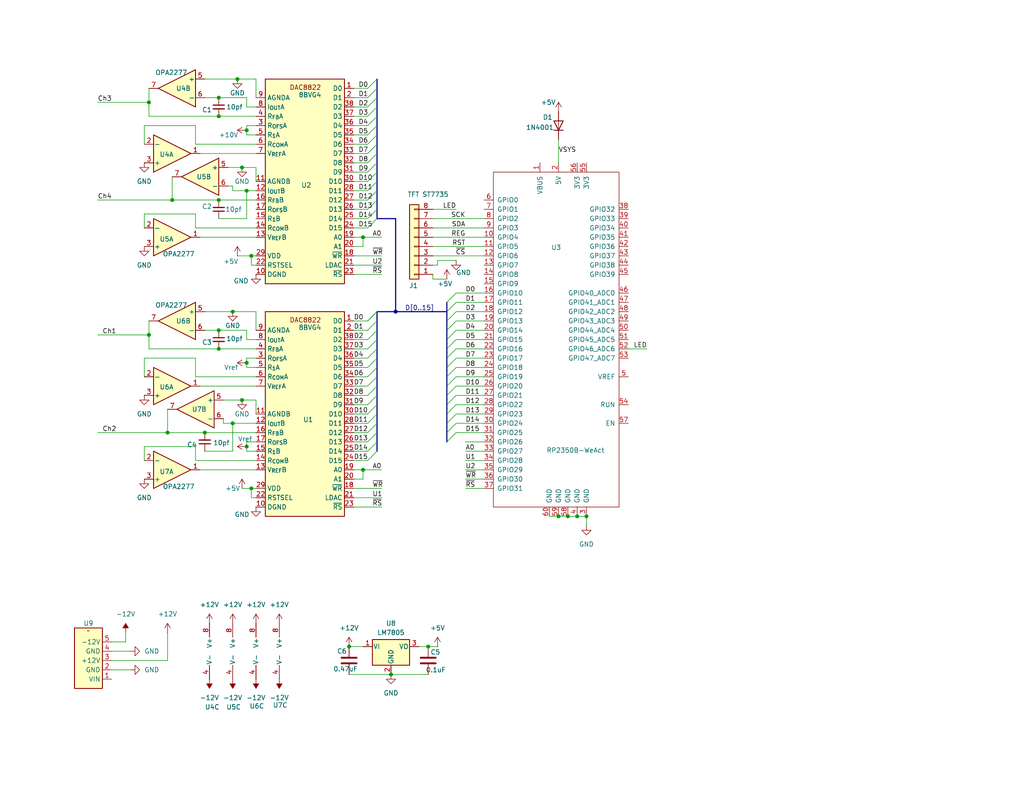
<source format=kicad_sch>
(kicad_sch (version 20250114) (generator "eeschema") (generator_version "9.0")
  (paper "A")
  (lib_symbols
    (symbol "Amplifier_Operational:OPA2277" (pin_names (offset 0.127))
      (property "Reference" "U" (at 0 5.08 0))
      (property "Value" "OPA2277" (at 0 -5.08 0))
      (symbol "OPA2277_1_1"
        (pin input line (at -7.62 2.54 0) (length 2.54) (name "+") (number "3"))
        (pin input line (at -7.62 -2.54 0) (length 2.54) (name "-") (number "2"))
        (pin output line (at 7.62 0 180) (length 2.54) (name "~") (number "1"))
      )
      (symbol "OPA2277_2_1"
        (pin input line (at -7.62 2.54 0) (length 2.54) (name "+") (number "5"))
        (pin input line (at -7.62 -2.54 0) (length 2.54) (name "-") (number "6"))
        (pin output line (at 7.62 0 180) (length 2.54) (name "~") (number "7"))
      )
      (symbol "OPA2277_3_1"
        (pin power_in line (at -2.54 7.62 270) (length 3.81) (name "V+") (number "8"))
        (pin power_in line (at -2.54 -7.62 90) (length 3.81) (name "V-") (number "4"))
      )
    )
    (symbol "Connector_Generic:Conn_01x08" (pin_names (offset 1.016) (hide yes))
      (property "Reference" "J" (at 0 10.16 0))
      (property "Value" "Conn_01x08" (at 0 -12.7 0))
      (symbol "Conn_01x08_1_1"
        (pin passive line (at -5.08 7.62 0) (length 3.81) (name "Pin_1") (number "1"))
        (pin passive line (at -5.08 5.08 0) (length 3.81) (name "Pin_2") (number "2"))
        (pin passive line (at -5.08 2.54 0) (length 3.81) (name "Pin_3") (number "3"))
        (pin passive line (at -5.08 0 0) (length 3.81) (name "Pin_4") (number "4"))
        (pin passive line (at -5.08 -2.54 0) (length 3.81) (name "Pin_5") (number "5"))
        (pin passive line (at -5.08 -5.08 0) (length 3.81) (name "Pin_6") (number "6"))
        (pin passive line (at -5.08 -7.62 0) (length 3.81) (name "Pin_7") (number "7"))
        (pin passive line (at -5.08 -10.16 0) (length 3.81) (name "Pin_8") (number "8"))
      )
    )
    (symbol "DAC8822_1"
      (property "Reference" "U" (at 0 11.43 0))
      (symbol "DAC8822_1_1_1"
        (text "DAC8822" (at -0.508 26.924 0) (effects (font (size 1.27 1.27))))
        (pin passive line (at -13.97 24.13 0) (length 2.54) (name "AGNDA") (number "9"))
        (pin output line (at -13.97 21.59 0) (length 2.54) (name "I_{OUT}A") (number "8"))
        (pin input line (at -13.97 19.05 0) (length 2.54) (name "R_{FB}A") (number "4"))
        (pin input line (at -13.97 16.51 0) (length 2.54) (name "R_{OFS}A") (number "3"))
        (pin input line (at -13.97 13.97 0) (length 2.54) (name "R_{1}A") (number "5"))
        (pin output line (at -13.97 11.43 0) (length 2.54) (name "R_{COM}A") (number "6"))
        (pin input line (at -13.97 8.89 0) (length 2.54) (name "V_{REF}A") (number "7"))
        (pin passive line (at -13.97 1.27 0) (length 2.54) (name "AGNDB") (number "11"))
        (pin output line (at -13.97 -1.27 0) (length 2.54) (name "I_{OUT}B") (number "12"))
        (pin input line (at -13.97 -3.81 0) (length 2.54) (name "R_{FB}B") (number "16"))
        (pin input line (at -13.97 -6.35 0) (length 2.54) (name "R_{OFS}B") (number "17"))
        (pin input line (at -13.97 -8.89 0) (length 2.54) (name "R_{1}B") (number "15"))
        (pin output line (at -13.97 -11.43 0) (length 2.54) (name "R_{COM}B") (number "14"))
        (pin input line (at -13.97 -13.97 0) (length 2.54) (name "V_{REF}B") (number "13"))
        (pin power_in line (at -13.97 -19.05 0) (length 2.54) (name "VDD") (number "29"))
        (pin input line (at -13.97 -21.59 0) (length 2.54) (name "RSTSEL") (number "22"))
        (pin passive line (at -13.97 -24.13 0) (length 2.54) (name "DGND") (number "10"))
        (pin input line (at 12.7 26.67 180) (length 2.54) (name "D0") (number "1"))
        (pin input line (at 12.7 24.13 180) (length 2.54) (name "D1") (number "2"))
        (pin input line (at 12.7 21.59 180) (length 2.54) (name "D2") (number "38"))
        (pin input line (at 12.7 19.05 180) (length 2.54) (name "D3") (number "37"))
        (pin input line (at 12.7 16.51 180) (length 2.54) (name "D4") (number "36"))
        (pin input line (at 12.7 13.97 180) (length 2.54) (name "D5") (number "35"))
        (pin input line (at 12.7 11.43 180) (length 2.54) (name "D6") (number "34"))
        (pin input line (at 12.7 8.89 180) (length 2.54) (name "D7") (number "33"))
        (pin input line (at 12.7 6.35 180) (length 2.54) (name "D8") (number "32"))
        (pin input line (at 12.7 3.81 180) (length 2.54) (name "D9") (number "31"))
        (pin input line (at 12.7 1.27 180) (length 2.54) (name "D10") (number "30"))
        (pin input line (at 12.7 -1.27 180) (length 2.54) (name "D11") (number "28"))
        (pin input line (at 12.7 -3.81 180) (length 2.54) (name "D12") (number "27"))
        (pin input line (at 12.7 -6.35 180) (length 2.54) (name "D13") (number "26"))
        (pin input line (at 12.7 -8.89 180) (length 2.54) (name "D14") (number "25"))
        (pin input line (at 12.7 -11.43 180) (length 2.54) (name "D15") (number "24"))
        (pin input line (at 12.7 -13.97 180) (length 2.54) (name "A0") (number "19"))
        (pin input line (at 12.7 -16.51 180) (length 2.54) (name "A1") (number "20"))
        (pin input line (at 12.7 -19.05 180) (length 2.54) (name "~{WR}") (number "18"))
        (pin input line (at 12.7 -21.59 180) (length 2.54) (name "LDAC") (number "21"))
        (pin input line (at 12.7 -24.13 180) (length 2.54) (name "~{RS}") (number "23"))
      )
    )
    (symbol "Device:C" (pin_numbers (hide yes)) (pin_names (offset 0.254))
      (property "Reference" "C" (at 0.635 2.54 0))
      (property "Value" "C" (at 0.635 -2.54 0))
      (symbol "C_1_1"
        (pin passive line (at 0 3.81 270) (length 2.794) (name "~") (number "1"))
        (pin passive line (at 0 -3.81 90) (length 2.794) (name "~") (number "2"))
      )
    )
    (symbol "Device:C_Small" (pin_numbers (hide yes)) (pin_names (offset 0.254) (hide yes))
      (property "Reference" "C" (at 0.254 1.778 0))
      (property "Value" "C_Small" (at 0.254 -2.032 0))
      (symbol "C_Small_1_1"
        (pin passive line (at 0 2.54 270) (length 2.032) (name "~") (number "1"))
        (pin passive line (at 0 -2.54 90) (length 2.032) (name "~") (number "2"))
      )
    )
    (symbol "Diode:1N4001" (pin_numbers (hide yes)) (pin_names (hide yes))
      (property "Reference" "D" (at 0 2.54 0))
      (property "Value" "1N4001" (at 0 -2.54 0))
      (symbol "1N4001_1_1"
        (pin passive line (at -3.81 0 0) (length 2.54) (name "K") (number "1"))
        (pin passive line (at 3.81 0 180) (length 2.54) (name "A") (number "2"))
      )
    )
    (symbol "Marc:DAC8822"
      (property "Reference" "U" (at 0 11.43 0))
      (symbol "DAC8822_1_1"
        (text "DAC8822" (at -0.508 26.924 0) (effects (font (size 1.27 1.27))))
        (pin passive line (at -13.97 24.13 0) (length 2.54) (name "AGNDA") (number "9"))
        (pin output line (at -13.97 21.59 0) (length 2.54) (name "I_{OUT}A") (number "8"))
        (pin input line (at -13.97 19.05 0) (length 2.54) (name "R_{FB}A") (number "4"))
        (pin input line (at -13.97 16.51 0) (length 2.54) (name "R_{OFS}A") (number "3"))
        (pin input line (at -13.97 13.97 0) (length 2.54) (name "R_{1}A") (number "5"))
        (pin output line (at -13.97 11.43 0) (length 2.54) (name "R_{COM}A") (number "6"))
        (pin input line (at -13.97 8.89 0) (length 2.54) (name "V_{REF}A") (number "7"))
        (pin passive line (at -13.97 1.27 0) (length 2.54) (name "AGNDB") (number "11"))
        (pin output line (at -13.97 -1.27 0) (length 2.54) (name "I_{OUT}B") (number "12"))
        (pin input line (at -13.97 -3.81 0) (length 2.54) (name "R_{FB}B") (number "16"))
        (pin input line (at -13.97 -6.35 0) (length 2.54) (name "R_{OFS}B") (number "17"))
        (pin input line (at -13.97 -8.89 0) (length 2.54) (name "R_{1}B") (number "15"))
        (pin output line (at -13.97 -11.43 0) (length 2.54) (name "R_{COM}B") (number "14"))
        (pin input line (at -13.97 -13.97 0) (length 2.54) (name "V_{REF}B") (number "13"))
        (pin power_in line (at -13.97 -19.05 0) (length 2.54) (name "VDD") (number "29"))
        (pin input line (at -13.97 -21.59 0) (length 2.54) (name "RSTSEL") (number "22"))
        (pin passive line (at -13.97 -24.13 0) (length 2.54) (name "DGND") (number "10"))
        (pin input line (at 12.7 26.67 180) (length 2.54) (name "D0") (number "1"))
        (pin input line (at 12.7 24.13 180) (length 2.54) (name "D1") (number "2"))
        (pin input line (at 12.7 21.59 180) (length 2.54) (name "D2") (number "38"))
        (pin input line (at 12.7 19.05 180) (length 2.54) (name "D3") (number "37"))
        (pin input line (at 12.7 16.51 180) (length 2.54) (name "D4") (number "36"))
        (pin input line (at 12.7 13.97 180) (length 2.54) (name "D5") (number "35"))
        (pin input line (at 12.7 11.43 180) (length 2.54) (name "D6") (number "34"))
        (pin input line (at 12.7 8.89 180) (length 2.54) (name "D7") (number "33"))
        (pin input line (at 12.7 6.35 180) (length 2.54) (name "D8") (number "32"))
        (pin input line (at 12.7 3.81 180) (length 2.54) (name "D9") (number "31"))
        (pin input line (at 12.7 1.27 180) (length 2.54) (name "D10") (number "30"))
        (pin input line (at 12.7 -1.27 180) (length 2.54) (name "D11") (number "28"))
        (pin input line (at 12.7 -3.81 180) (length 2.54) (name "D12") (number "27"))
        (pin input line (at 12.7 -6.35 180) (length 2.54) (name "D13") (number "26"))
        (pin input line (at 12.7 -8.89 180) (length 2.54) (name "D14") (number "25"))
        (pin input line (at 12.7 -11.43 180) (length 2.54) (name "D15") (number "24"))
        (pin input line (at 12.7 -13.97 180) (length 2.54) (name "A0") (number "19"))
        (pin input line (at 12.7 -16.51 180) (length 2.54) (name "A1") (number "20"))
        (pin input line (at 12.7 -19.05 180) (length 2.54) (name "~{WR}") (number "18"))
        (pin input line (at 12.7 -21.59 180) (length 2.54) (name "LDAC") (number "21"))
        (pin input line (at 12.7 -24.13 180) (length 2.54) (name "~{RS}") (number "23"))
      )
    )
    (symbol "Marc:Dual12V_pw"
      (property "Reference" "U" (at -2.54 -6.35 0))
      (symbol "Dual12V_pw_1_1"
        (pin power_out line (at 6.35 5.08 180) (length 2.54) (name "-12V") (number "5"))
        (pin passive line (at 6.35 2.54 180) (length 2.54) (name "GND") (number "4"))
        (pin power_out line (at 6.35 0 180) (length 2.54) (name "+12V") (number "3"))
        (pin passive line (at 6.35 -2.54 180) (length 2.54) (name "GND") (number "2"))
        (pin power_in line (at 6.35 -5.08 180) (length 2.54) (name "VIN") (number "1"))
      )
    )
    (symbol "Marc:RP2350B-WeAct" (pin_names (offset 1.016))
      (property "Reference" "U" (at -8.128 38.862 0))
      (property "Value" "RP2350B-WeAct" (at -19.812 -15.748 0))
      (symbol "RP2350B-WeAct_1_0"
        (pin passive line (at -24.13 -35.56 90) (length 2.54) (name "GND") (number "3"))
        (pin passive line (at -21.59 -35.56 90) (length 2.54) (name "GND") (number "4"))
        (pin passive line (at -19.05 -35.56 90) (length 2.54) (name "GND") (number "58"))
        (pin passive line (at -16.51 -35.56 90) (length 2.54) (name "GND") (number "59"))
        (pin passive line (at -13.97 -35.56 90) (length 2.54) (name "GND") (number "60"))
      )
      (symbol "RP2350B-WeAct_1_1"
        (pin bidirectional line (at -35.56 48.26 0) (length 2.54) (name "GPIO32") (number "38"))
        (pin bidirectional line (at -35.56 45.72 0) (length 2.54) (name "GPIO33") (number "39"))
        (pin bidirectional line (at -35.56 43.18 0) (length 2.54) (name "GPIO34") (number "40"))
        (pin bidirectional line (at -35.56 40.64 0) (length 2.54) (name "GPIO35") (number "41"))
        (pin bidirectional line (at -35.56 38.1 0) (length 2.54) (name "GPIO36") (number "42"))
        (pin bidirectional line (at -35.56 35.56 0) (length 2.54) (name "GPIO37") (number "43"))
        (pin bidirectional line (at -35.56 33.02 0) (length 2.54) (name "GPIO38") (number "44"))
        (pin bidirectional line (at -35.56 30.48 0) (length 2.54) (name "GPIO39") (number "45"))
        (pin bidirectional line (at -35.56 25.4 0) (length 2.54) (name "GPIO40_ADC0") (number "46"))
        (pin bidirectional line (at -35.56 22.86 0) (length 2.54) (name "GPIO41_ADC1") (number "47"))
        (pin bidirectional line (at -35.56 20.32 0) (length 2.54) (name "GPIO42_ADC2") (number "48"))
        (pin bidirectional line (at -35.56 17.78 0) (length 2.54) (name "GPIO43_ADC3") (number "49"))
        (pin bidirectional line (at -35.56 15.24 0) (length 2.54) (name "GPIO44_ADC4") (number "50"))
        (pin bidirectional line (at -35.56 12.7 0) (length 2.54) (name "GPIO45_ADC5") (number "51"))
        (pin bidirectional line (at -35.56 10.16 0) (length 2.54) (name "GPIO46_ADC6") (number "52"))
        (pin bidirectional line (at -35.56 7.62 0) (length 2.54) (name "GPIO47_ADC7") (number "53"))
        (pin input line (at -35.56 2.54 0) (length 2.54) (name "VREF") (number "5"))
        (pin input line (at -35.56 -5.08 0) (length 2.54) (name "RUN") (number "54"))
        (pin input line (at -35.56 -10.16 0) (length 2.54) (name "EN") (number "57"))
        (pin power_out line (at -24.13 60.96 270) (length 2.54) (name "3V3") (number "55"))
        (pin power_out line (at -21.59 60.96 270) (length 2.54) (name "3V3") (number "56"))
        (pin power_in line (at -16.51 60.96 270) (length 2.54) (name "5V") (number "2"))
        (pin power_out line (at -11.43 60.96 270) (length 2.54) (name "VBUS") (number "1"))
        (pin bidirectional line (at 3.81 50.8 180) (length 2.54) (name "GPIO0") (number "6"))
        (pin bidirectional line (at 3.81 48.26 180) (length 2.54) (name "GPIO1") (number "7"))
        (pin bidirectional line (at 3.81 45.72 180) (length 2.54) (name "GPIO2") (number "8"))
        (pin bidirectional line (at 3.81 43.18 180) (length 2.54) (name "GPIO3") (number "9"))
        (pin bidirectional line (at 3.81 40.64 180) (length 2.54) (name "GPIO4") (number "10"))
        (pin bidirectional line (at 3.81 38.1 180) (length 2.54) (name "GPIO5") (number "11"))
        (pin bidirectional line (at 3.81 35.56 180) (length 2.54) (name "GPIO6") (number "12"))
        (pin bidirectional line (at 3.81 33.02 180) (length 2.54) (name "GPIO7") (number "13"))
        (pin bidirectional line (at 3.81 30.48 180) (length 2.54) (name "GPIO8") (number "14"))
        (pin bidirectional line (at 3.81 27.94 180) (length 2.54) (name "GPIO9") (number "15"))
        (pin bidirectional line (at 3.81 25.4 180) (length 2.54) (name "GPIO10") (number "16"))
        (pin bidirectional line (at 3.81 22.86 180) (length 2.54) (name "GPIO11") (number "17"))
        (pin bidirectional line (at 3.81 20.32 180) (length 2.54) (name "GPIO12") (number "18"))
        (pin bidirectional line (at 3.81 17.78 180) (length 2.54) (name "GPIO13") (number "19"))
        (pin bidirectional line (at 3.81 15.24 180) (length 2.54) (name "GPIO14") (number "20"))
        (pin bidirectional line (at 3.81 12.7 180) (length 2.54) (name "GPIO15") (number "21"))
        (pin bidirectional line (at 3.81 10.16 180) (length 2.54) (name "GPIO16") (number "22"))
        (pin bidirectional line (at 3.81 7.62 180) (length 2.54) (name "GPIO17") (number "23"))
        (pin bidirectional line (at 3.81 5.08 180) (length 2.54) (name "GPIO18") (number "24"))
        (pin bidirectional line (at 3.81 2.54 180) (length 2.54) (name "GPIO19") (number "25"))
        (pin bidirectional line (at 3.81 0 180) (length 2.54) (name "GPIO20") (number "26"))
        (pin bidirectional line (at 3.81 -2.54 180) (length 2.54) (name "GPIO21") (number "27"))
        (pin bidirectional line (at 3.81 -5.08 180) (length 2.54) (name "GPIO22") (number "28"))
        (pin bidirectional line (at 3.81 -7.62 180) (length 2.54) (name "GPIO23") (number "29"))
        (pin bidirectional line (at 3.81 -10.16 180) (length 2.54) (name "GPIO24") (number "30"))
        (pin bidirectional line (at 3.81 -12.7 180) (length 2.54) (name "GPIO25") (number "31"))
        (pin bidirectional line (at 3.81 -15.24 180) (length 2.54) (name "GPIO26") (number "32"))
        (pin bidirectional line (at 3.81 -17.78 180) (length 2.54) (name "GPIO27") (number "33"))
        (pin bidirectional line (at 3.81 -20.32 180) (length 2.54) (name "GPIO28") (number "34"))
        (pin bidirectional line (at 3.81 -22.86 180) (length 2.54) (name "GPIO29") (number "35"))
        (pin bidirectional line (at 3.81 -25.4 180) (length 2.54) (name "GPIO30") (number "36"))
        (pin bidirectional line (at 3.81 -27.94 180) (length 2.54) (name "GPIO31") (number "37"))
      )
    )
    (symbol "Regulator_Linear:LM7805_TO220" (pin_names (offset 0.254))
      (property "Reference" "U" (at -3.81 3.175 0))
      (property "Value" "LM7805_TO220" (at 0 3.175 0))
      (symbol "LM7805_TO220_1_1"
        (pin power_in line (at -7.62 0 0) (length 2.54) (name "VI") (number "1"))
        (pin power_in line (at 0 -7.62 90) (length 2.54) (name "GND") (number "2"))
        (pin power_out line (at 7.62 0 180) (length 2.54) (name "VO") (number "3"))
      )
    )
    (symbol "power:+10V" (power) (pin_numbers (hide yes)) (pin_names (offset 0) (hide yes))
      (property "Value" "+10V" (at 0 3.556 0))
      (symbol "+10V_1_1"
        (pin power_in line (at 0 0 90) (length 0) (name "~") (number "1"))
      )
    )
    (symbol "power:+12V" (power) (pin_numbers (hide yes)) (pin_names (offset 0) (hide yes))
      (property "Value" "+12V" (at 0 3.556 0))
      (symbol "+12V_1_1"
        (pin power_in line (at 0 0 90) (length 0) (name "~") (number "1"))
      )
    )
    (symbol "power:+5V" (power) (pin_numbers (hide yes)) (pin_names (offset 0) (hide yes))
      (property "Value" "+5V" (at 0 3.556 0))
      (symbol "+5V_1_1"
        (pin power_in line (at 0 0 90) (length 0) (name "~") (number "1"))
      )
    )
    (symbol "power:-12V" (power) (pin_numbers (hide yes)) (pin_names (offset 0) (hide yes))
      (property "Value" "-12V" (at 0 3.556 0))
      (symbol "-12V_0_0"
        (pin power_in line (at 0 0 90) (length 0) (name "~") (number "1"))
      )
    )
    (symbol "power:GND" (power) (pin_numbers (hide yes)) (pin_names (offset 0) (hide yes))
      (property "Value" "GND" (at 0 -3.81 0))
      (symbol "GND_1_1"
        (pin power_in line (at 0 0 270) (length 0) (name "~") (number "1"))
      )
    )
  )
  (junction (at 67.31 121.92))
  (junction (at 40.64 27.94))
  (junction (at 63.5 115.57))
  (junction (at 66.04 109.22))
  (junction (at 67.31 99.06))
  (junction (at 63.5 85.09))
  (junction (at 116.84 176.53))
  (junction (at 59.69 31.75))
  (junction (at 68.58 133.35))
  (junction (at 99.06 128.27))
  (junction (at 95.25 176.53))
  (junction (at 68.58 69.85))
  (junction (at 106.68 184.15))
  (junction (at 152.4 140.97))
  (junction (at 59.69 54.61))
  (junction (at 64.77 21.59))
  (junction (at 59.69 95.25))
  (junction (at 59.69 90.17))
  (junction (at 157.48 140.97))
  (junction (at 107.95 85.09))
  (junction (at 66.04 45.72))
  (junction (at 46.99 54.61))
  (junction (at 59.69 26.67))
  (junction (at 99.06 64.77))
  (junction (at 67.31 52.07))
  (junction (at 67.31 35.56))
  (junction (at 55.88 118.11))
  (junction (at 45.72 118.11))
  (junction (at 154.94 140.97))
  (junction (at 40.64 91.44))
  (junction (at 160.02 140.97))
  (bus_entry (at 100.33 44.45) (size 2.54 -2.54))
  (bus_entry (at 100.33 54.61) (size 2.54 -2.54))
  (bus_entry (at 121.92 92.71) (size 2.54 -2.54))
  (bus_entry (at 121.92 120.65) (size 2.54 -2.54))
  (bus_entry (at 100.33 49.53) (size 2.54 -2.54))
  (bus_entry (at 102.87 85.09) (size -2.54 2.54))
  (bus_entry (at 100.33 46.99) (size 2.54 -2.54))
  (bus_entry (at 121.92 82.55) (size 2.54 -2.54))
  (bus_entry (at 121.92 100.33) (size 2.54 -2.54))
  (bus_entry (at 102.87 107.95) (size -2.54 2.54))
  (bus_entry (at 100.33 24.13) (size 2.54 -2.54))
  (bus_entry (at 102.87 100.33) (size -2.54 2.54))
  (bus_entry (at 102.87 97.79) (size -2.54 2.54))
  (bus_entry (at 102.87 118.11) (size -2.54 2.54))
  (bus_entry (at 100.33 36.83) (size 2.54 -2.54))
  (bus_entry (at 121.92 102.87) (size 2.54 -2.54))
  (bus_entry (at 100.33 31.75) (size 2.54 -2.54))
  (bus_entry (at 100.33 57.15) (size 2.54 -2.54))
  (bus_entry (at 100.33 29.21) (size 2.54 -2.54))
  (bus_entry (at 102.87 87.63) (size -2.54 2.54))
  (bus_entry (at 121.92 113.03) (size 2.54 -2.54))
  (bus_entry (at 121.92 107.95) (size 2.54 -2.54))
  (bus_entry (at 102.87 105.41) (size -2.54 2.54))
  (bus_entry (at 102.87 120.65) (size -2.54 2.54))
  (bus_entry (at 100.33 26.67) (size 2.54 -2.54))
  (bus_entry (at 100.33 39.37) (size 2.54 -2.54))
  (bus_entry (at 121.92 97.79) (size 2.54 -2.54))
  (bus_entry (at 121.92 105.41) (size 2.54 -2.54))
  (bus_entry (at 102.87 102.87) (size -2.54 2.54))
  (bus_entry (at 121.92 85.09) (size 2.54 -2.54))
  (bus_entry (at 102.87 95.25) (size -2.54 2.54))
  (bus_entry (at 121.92 110.49) (size 2.54 -2.54))
  (bus_entry (at 121.92 90.17) (size 2.54 -2.54))
  (bus_entry (at 100.33 34.29) (size 2.54 -2.54))
  (bus_entry (at 100.33 41.91) (size 2.54 -2.54))
  (bus_entry (at 102.87 115.57) (size -2.54 2.54))
  (bus_entry (at 102.87 123.19) (size -2.54 2.54))
  (bus_entry (at 121.92 87.63) (size 2.54 -2.54))
  (bus_entry (at 102.87 110.49) (size -2.54 2.54))
  (bus_entry (at 100.33 62.23) (size 2.54 -2.54))
  (bus_entry (at 102.87 90.17) (size -2.54 2.54))
  (bus_entry (at 102.87 92.71) (size -2.54 2.54))
  (bus_entry (at 102.87 85.09) (size -2.54 2.54))
  (bus_entry (at 100.33 52.07) (size 2.54 -2.54))
  (bus_entry (at 121.92 115.57) (size 2.54 -2.54))
  (bus_entry (at 121.92 118.11) (size 2.54 -2.54))
  (bus_entry (at 100.33 59.69) (size 2.54 -2.54))
  (bus_entry (at 121.92 95.25) (size 2.54 -2.54))
  (bus_entry (at 102.87 113.03) (size -2.54 2.54))
  (bus (pts (xy 102.87 29.21) (xy 102.87 31.75)))
  (bus (pts (xy 102.87 105.41) (xy 102.87 107.95)))
  (wire (pts (xy 67.31 52.07) (xy 67.31 59.69)))
  (wire (pts (xy 118.11 62.23) (xy 132.08 62.23)))
  (wire (pts (xy 96.52 123.19) (xy 100.33 123.19)))
  (wire (pts (xy 127 123.19) (xy 132.08 123.19)))
  (wire (pts (xy 99.06 128.27) (xy 104.14 128.27)))
  (wire (pts (xy 160.02 140.97) (xy 160.02 143.51)))
  (wire (pts (xy 96.52 113.03) (xy 100.33 113.03)))
  (wire (pts (xy 124.46 92.71) (xy 132.08 92.71)))
  (wire (pts (xy 96.52 133.35) (xy 104.14 133.35)))
  (wire (pts (xy 124.46 115.57) (xy 132.08 115.57)))
  (wire (pts (xy 62.23 45.72) (xy 66.04 45.72)))
  (wire (pts (xy 69.85 90.17) (xy 69.85 85.09)))
  (wire (pts (xy 127 130.81) (xy 132.08 130.81)))
  (wire (pts (xy 96.52 36.83) (xy 100.33 36.83)))
  (wire (pts (xy 96.52 102.87) (xy 100.33 102.87)))
  (wire (pts (xy 124.46 118.11) (xy 132.08 118.11)))
  (bus (pts (xy 102.87 36.83) (xy 102.87 39.37)))
  (bus (pts (xy 121.92 115.57) (xy 121.92 118.11)))
  (wire (pts (xy 124.46 82.55) (xy 132.08 82.55)))
  (wire (pts (xy 118.11 67.31) (xy 132.08 67.31)))
  (wire (pts (xy 53.34 102.87) (xy 69.85 102.87)))
  (wire (pts (xy 40.64 27.94) (xy 40.64 24.13)))
  (bus (pts (xy 102.87 107.95) (xy 102.87 110.49)))
  (wire (pts (xy 96.52 100.33) (xy 100.33 100.33)))
  (wire (pts (xy 59.69 59.69) (xy 67.31 59.69)))
  (bus (pts (xy 121.92 92.71) (xy 121.92 95.25)))
  (wire (pts (xy 53.34 125.73) (xy 69.85 125.73)))
  (wire (pts (xy 64.77 69.85) (xy 68.58 69.85)))
  (wire (pts (xy 124.46 87.63) (xy 132.08 87.63)))
  (wire (pts (xy 64.77 21.59) (xy 69.85 21.59)))
  (bus (pts (xy 121.92 90.17) (xy 121.92 92.71)))
  (wire (pts (xy 30.48 177.8) (xy 35.56 177.8)))
  (wire (pts (xy 60.96 114.3) (xy 60.96 115.57)))
  (wire (pts (xy 66.04 45.72) (xy 69.85 45.72)))
  (wire (pts (xy 124.46 107.95) (xy 132.08 107.95)))
  (wire (pts (xy 63.5 85.09) (xy 69.85 85.09)))
  (wire (pts (xy 45.72 118.11) (xy 55.88 118.11)))
  (wire (pts (xy 96.52 105.41) (xy 100.33 105.41)))
  (bus (pts (xy 102.87 44.45) (xy 102.87 46.99)))
  (wire (pts (xy 118.11 76.2) (xy 121.92 76.2)))
  (wire (pts (xy 59.69 95.25) (xy 40.64 95.25)))
  (wire (pts (xy 67.31 29.21) (xy 67.31 26.67)))
  (bus (pts (xy 121.92 110.49) (xy 121.92 113.03)))
  (wire (pts (xy 54.61 128.27) (xy 69.85 128.27)))
  (wire (pts (xy 96.52 24.13) (xy 100.33 24.13)))
  (wire (pts (xy 119.38 71.12) (xy 124.46 71.12)))
  (wire (pts (xy 26.67 54.61) (xy 46.99 54.61)))
  (wire (pts (xy 53.34 125.73) (xy 53.34 121.92)))
  (bus (pts (xy 102.87 97.79) (xy 102.87 100.33)))
  (bus (pts (xy 102.87 54.61) (xy 102.87 57.15)))
  (wire (pts (xy 96.52 92.71) (xy 100.33 92.71)))
  (wire (pts (xy 152.4 140.97) (xy 154.94 140.97)))
  (wire (pts (xy 96.52 125.73) (xy 100.33 125.73)))
  (wire (pts (xy 53.34 62.23) (xy 53.34 58.42)))
  (wire (pts (xy 66.04 133.35) (xy 68.58 133.35)))
  (bus (pts (xy 102.87 85.09) (xy 102.87 87.63)))
  (wire (pts (xy 124.46 85.09) (xy 132.08 85.09)))
  (wire (pts (xy 69.85 29.21) (xy 67.31 29.21)))
  (wire (pts (xy 69.85 113.03) (xy 69.85 109.22)))
  (wire (pts (xy 152.4 38.1) (xy 152.4 44.45)))
  (wire (pts (xy 53.34 102.87) (xy 53.34 97.79)))
  (bus (pts (xy 102.87 39.37) (xy 102.87 41.91)))
  (wire (pts (xy 59.69 95.25) (xy 69.85 95.25)))
  (wire (pts (xy 171.45 95.25) (xy 176.53 95.25)))
  (wire (pts (xy 34.29 172.72) (xy 34.29 175.26)))
  (wire (pts (xy 96.52 130.81) (xy 99.06 130.81)))
  (wire (pts (xy 124.46 80.01) (xy 132.08 80.01)))
  (wire (pts (xy 45.72 172.72) (xy 45.72 180.34)))
  (wire (pts (xy 67.31 97.79) (xy 69.85 97.79)))
  (wire (pts (xy 124.46 97.79) (xy 132.08 97.79)))
  (wire (pts (xy 96.52 52.07) (xy 100.33 52.07)))
  (bus (pts (xy 102.87 87.63) (xy 102.87 90.17)))
  (wire (pts (xy 60.96 115.57) (xy 63.5 115.57)))
  (wire (pts (xy 68.58 133.35) (xy 69.85 133.35)))
  (wire (pts (xy 96.52 74.93) (xy 104.14 74.93)))
  (wire (pts (xy 69.85 31.75) (xy 59.69 31.75)))
  (wire (pts (xy 116.84 176.53) (xy 119.38 176.53)))
  (wire (pts (xy 55.88 123.19) (xy 63.5 123.19)))
  (wire (pts (xy 96.52 44.45) (xy 100.33 44.45)))
  (wire (pts (xy 63.5 115.57) (xy 69.85 115.57)))
  (wire (pts (xy 67.31 92.71) (xy 67.31 90.17)))
  (bus (pts (xy 121.92 100.33) (xy 121.92 102.87)))
  (wire (pts (xy 39.37 58.42) (xy 39.37 62.23)))
  (wire (pts (xy 124.46 113.03) (xy 132.08 113.03)))
  (bus (pts (xy 102.87 100.33) (xy 102.87 102.87)))
  (wire (pts (xy 30.48 180.34) (xy 45.72 180.34)))
  (wire (pts (xy 118.11 64.77) (xy 132.08 64.77)))
  (wire (pts (xy 96.52 120.65) (xy 100.33 120.65)))
  (wire (pts (xy 96.52 41.91) (xy 100.33 41.91)))
  (bus (pts (xy 102.87 46.99) (xy 102.87 49.53)))
  (wire (pts (xy 160.02 140.97) (xy 157.48 140.97)))
  (wire (pts (xy 59.69 90.17) (xy 55.88 90.17)))
  (wire (pts (xy 96.52 107.95) (xy 100.33 107.95)))
  (wire (pts (xy 46.99 54.61) (xy 46.99 48.26)))
  (wire (pts (xy 39.37 97.79) (xy 39.37 102.87)))
  (bus (pts (xy 102.87 90.17) (xy 102.87 92.71)))
  (wire (pts (xy 67.31 120.65) (xy 67.31 121.92)))
  (wire (pts (xy 30.48 175.26) (xy 34.29 175.26)))
  (wire (pts (xy 127 128.27) (xy 132.08 128.27)))
  (wire (pts (xy 40.64 31.75) (xy 40.64 27.94)))
  (wire (pts (xy 96.52 115.57) (xy 100.33 115.57)))
  (wire (pts (xy 67.31 100.33) (xy 67.31 99.06)))
  (bus (pts (xy 121.92 95.25) (xy 121.92 97.79)))
  (wire (pts (xy 99.06 64.77) (xy 99.06 67.31)))
  (bus (pts (xy 121.92 107.95) (xy 121.92 110.49)))
  (wire (pts (xy 67.31 123.19) (xy 69.85 123.19)))
  (wire (pts (xy 96.52 87.63) (xy 100.33 87.63)))
  (bus (pts (xy 102.87 118.11) (xy 102.87 120.65)))
  (wire (pts (xy 68.58 135.89) (xy 68.58 133.35)))
  (wire (pts (xy 96.52 26.67) (xy 100.33 26.67)))
  (wire (pts (xy 95.25 184.15) (xy 106.68 184.15)))
  (wire (pts (xy 119.38 71.12) (xy 119.38 72.39)))
  (wire (pts (xy 96.52 97.79) (xy 100.33 97.79)))
  (wire (pts (xy 96.52 118.11) (xy 100.33 118.11)))
  (wire (pts (xy 26.67 91.44) (xy 40.64 91.44)))
  (wire (pts (xy 96.52 31.75) (xy 100.33 31.75)))
  (wire (pts (xy 157.48 140.97) (xy 154.94 140.97)))
  (wire (pts (xy 67.31 92.71) (xy 69.85 92.71)))
  (wire (pts (xy 114.3 176.53) (xy 116.84 176.53)))
  (wire (pts (xy 39.37 34.29) (xy 39.37 39.37)))
  (wire (pts (xy 67.31 26.67) (xy 59.69 26.67)))
  (wire (pts (xy 96.52 95.25) (xy 100.33 95.25)))
  (bus (pts (xy 107.95 59.69) (xy 107.95 85.09)))
  (wire (pts (xy 67.31 99.06) (xy 67.31 97.79)))
  (bus (pts (xy 102.87 26.67) (xy 102.87 29.21)))
  (wire (pts (xy 53.34 97.79) (xy 39.37 97.79)))
  (wire (pts (xy 53.34 39.37) (xy 53.34 34.29)))
  (wire (pts (xy 124.46 90.17) (xy 132.08 90.17)))
  (wire (pts (xy 95.25 176.53) (xy 99.06 176.53)))
  (bus (pts (xy 121.92 85.09) (xy 121.92 87.63)))
  (wire (pts (xy 96.52 39.37) (xy 100.33 39.37)))
  (bus (pts (xy 102.87 24.13) (xy 102.87 21.59)))
  (wire (pts (xy 99.06 130.81) (xy 99.06 128.27)))
  (wire (pts (xy 68.58 69.85) (xy 69.85 69.85)))
  (wire (pts (xy 54.61 41.91) (xy 69.85 41.91)))
  (bus (pts (xy 102.87 85.09) (xy 107.95 85.09)))
  (bus (pts (xy 102.87 59.69) (xy 102.87 57.15)))
  (wire (pts (xy 96.52 110.49) (xy 100.33 110.49)))
  (bus (pts (xy 102.87 110.49) (xy 102.87 113.03)))
  (bus (pts (xy 121.92 87.63) (xy 121.92 90.17)))
  (wire (pts (xy 53.34 121.92) (xy 39.37 121.92)))
  (wire (pts (xy 69.85 45.72) (xy 69.85 49.53)))
  (wire (pts (xy 55.88 118.11) (xy 69.85 118.11)))
  (wire (pts (xy 96.52 72.39) (xy 104.14 72.39)))
  (wire (pts (xy 96.52 90.17) (xy 100.33 90.17)))
  (bus (pts (xy 102.87 49.53) (xy 102.87 52.07)))
  (wire (pts (xy 124.46 110.49) (xy 132.08 110.49)))
  (wire (pts (xy 96.52 67.31) (xy 99.06 67.31)))
  (wire (pts (xy 124.46 102.87) (xy 132.08 102.87)))
  (wire (pts (xy 127 120.65) (xy 132.08 120.65)))
  (wire (pts (xy 96.52 59.69) (xy 100.33 59.69)))
  (bus (pts (xy 102.87 26.67) (xy 102.87 24.13)))
  (bus (pts (xy 102.87 115.57) (xy 102.87 118.11)))
  (wire (pts (xy 66.04 109.22) (xy 69.85 109.22)))
  (wire (pts (xy 96.52 29.21) (xy 100.33 29.21)))
  (wire (pts (xy 96.52 138.43) (xy 104.14 138.43)))
  (wire (pts (xy 67.31 100.33) (xy 69.85 100.33)))
  (bus (pts (xy 102.87 92.71) (xy 102.87 95.25)))
  (bus (pts (xy 121.92 118.11) (xy 121.92 120.65)))
  (wire (pts (xy 45.72 118.11) (xy 45.72 111.76)))
  (bus (pts (xy 102.87 120.65) (xy 102.87 123.19)))
  (wire (pts (xy 124.46 105.41) (xy 132.08 105.41)))
  (wire (pts (xy 96.52 49.53) (xy 100.33 49.53)))
  (wire (pts (xy 96.52 46.99) (xy 100.33 46.99)))
  (wire (pts (xy 59.69 31.75) (xy 40.64 31.75)))
  (wire (pts (xy 62.23 50.8) (xy 63.5 50.8)))
  (bus (pts (xy 102.87 113.03) (xy 102.87 115.57)))
  (wire (pts (xy 106.68 184.15) (xy 116.84 184.15)))
  (wire (pts (xy 59.69 26.67) (xy 55.88 26.67)))
  (wire (pts (xy 67.31 34.29) (xy 69.85 34.29)))
  (bus (pts (xy 121.92 113.03) (xy 121.92 115.57)))
  (wire (pts (xy 40.64 95.25) (xy 40.64 91.44)))
  (wire (pts (xy 119.38 72.39) (xy 118.11 72.39)))
  (wire (pts (xy 39.37 121.92) (xy 39.37 125.73)))
  (wire (pts (xy 69.85 21.59) (xy 69.85 26.67)))
  (bus (pts (xy 102.87 59.69) (xy 107.95 59.69)))
  (wire (pts (xy 69.85 36.83) (xy 67.31 36.83)))
  (wire (pts (xy 99.06 64.77) (xy 104.14 64.77)))
  (wire (pts (xy 54.61 64.77) (xy 69.85 64.77)))
  (bus (pts (xy 102.87 34.29) (xy 102.87 36.83)))
  (wire (pts (xy 124.46 95.25) (xy 132.08 95.25)))
  (wire (pts (xy 67.31 52.07) (xy 69.85 52.07)))
  (wire (pts (xy 96.52 69.85) (xy 104.14 69.85)))
  (wire (pts (xy 96.52 62.23) (xy 100.33 62.23)))
  (wire (pts (xy 55.88 85.09) (xy 63.5 85.09)))
  (wire (pts (xy 63.5 50.8) (xy 63.5 52.07)))
  (wire (pts (xy 152.4 140.97) (xy 149.86 140.97)))
  (wire (pts (xy 69.85 135.89) (xy 68.58 135.89)))
  (wire (pts (xy 60.96 109.22) (xy 66.04 109.22)))
  (wire (pts (xy 46.99 54.61) (xy 59.69 54.61)))
  (wire (pts (xy 63.5 115.57) (xy 63.5 123.19)))
  (wire (pts (xy 40.64 91.44) (xy 40.64 87.63)))
  (wire (pts (xy 69.85 120.65) (xy 67.31 120.65)))
  (wire (pts (xy 59.69 54.61) (xy 69.85 54.61)))
  (wire (pts (xy 96.52 135.89) (xy 104.14 135.89)))
  (wire (pts (xy 127 125.73) (xy 132.08 125.73)))
  (wire (pts (xy 67.31 121.92) (xy 67.31 123.19)))
  (bus (pts (xy 102.87 31.75) (xy 102.87 34.29)))
  (wire (pts (xy 96.52 57.15) (xy 100.33 57.15)))
  (wire (pts (xy 96.52 64.77) (xy 99.06 64.77)))
  (wire (pts (xy 26.67 27.94) (xy 40.64 27.94)))
  (wire (pts (xy 67.31 36.83) (xy 67.31 35.56)))
  (wire (pts (xy 124.46 100.33) (xy 132.08 100.33)))
  (wire (pts (xy 127 133.35) (xy 132.08 133.35)))
  (wire (pts (xy 67.31 90.17) (xy 59.69 90.17)))
  (wire (pts (xy 54.61 105.41) (xy 69.85 105.41)))
  (wire (pts (xy 118.11 76.2) (xy 118.11 74.93)))
  (wire (pts (xy 53.34 58.42) (xy 39.37 58.42)))
  (wire (pts (xy 69.85 62.23) (xy 53.34 62.23)))
  (wire (pts (xy 53.34 39.37) (xy 69.85 39.37)))
  (bus (pts (xy 107.95 85.09) (xy 121.92 85.09)))
  (bus (pts (xy 121.92 102.87) (xy 121.92 105.41)))
  (bus (pts (xy 102.87 102.87) (xy 102.87 105.41)))
  (wire (pts (xy 45.72 118.11) (xy 26.67 118.11)))
  (wire (pts (xy 96.52 54.61) (xy 100.33 54.61)))
  (wire (pts (xy 67.31 35.56) (xy 67.31 34.29)))
  (wire (pts (xy 68.58 72.39) (xy 68.58 69.85)))
  (wire (pts (xy 53.34 34.29) (xy 39.37 34.29)))
  (wire (pts (xy 69.85 72.39) (xy 68.58 72.39)))
  (wire (pts (xy 118.11 57.15) (xy 124.46 57.15)))
  (wire (pts (xy 55.88 21.59) (xy 64.77 21.59)))
  (wire (pts (xy 96.52 34.29) (xy 100.33 34.29)))
  (wire (pts (xy 63.5 52.07) (xy 67.31 52.07)))
  (wire (pts (xy 118.11 69.85) (xy 132.08 69.85)))
  (wire (pts (xy 96.52 128.27) (xy 99.06 128.27)))
  (wire (pts (xy 118.11 59.69) (xy 132.08 59.69)))
  (bus (pts (xy 121.92 105.41) (xy 121.92 107.95)))
  (bus (pts (xy 102.87 41.91) (xy 102.87 44.45)))
  (wire (pts (xy 30.48 182.88) (xy 35.56 182.88)))
  (bus (pts (xy 121.92 97.79) (xy 121.92 100.33)))
  (bus (pts (xy 102.87 95.25) (xy 102.87 97.79)))
  (bus (pts (xy 121.92 82.55) (xy 121.92 85.09)))
  (bus (pts (xy 102.87 52.07) (xy 102.87 54.61)))
  (label "LED" (at 124.46 57.15 180))
  (label "D7" (at 127 97.79 0))
  (label "D3" (at 127 87.63 0))
  (label "D15" (at 97.79 62.23 0))
  (label "D3" (at 97.79 31.75 0))
  (label "U2" (at 127 128.27 0))
  (label "LED" (at 176.53 95.25 180))
  (label "~{RS}" (at 101.6 138.43 0))
  (label "D4" (at 127 90.17 0))
  (label "D12" (at 96.52 118.11 0))
  (label "A0" (at 101.6 64.77 0))
  (label "D14" (at 96.52 123.19 0))
  (label "~{RS}" (at 101.6 74.93 0))
  (label "VSYS" (at 152.4 41.91 0))
  (label "D7" (at 97.79 41.91 0))
  (label "U1" (at 127 125.73 0))
  (label "D5" (at 96.52 100.33 0))
  (label "U2" (at 101.6 72.39 0))
  (label "Ch2" (at 27.94 118.11 0))
  (label "D10" (at 127 105.41 0))
  (label "Ch3" (at 26.67 27.94 0))
  (label "D2" (at 127 85.09 0))
  (label "D0" (at 97.79 24.13 0))
  (label "D12" (at 97.79 54.61 0))
  (label "D8" (at 97.79 44.45 0))
  (label "D4" (at 96.52 97.79 0))
  (label "D12" (at 127 110.49 0))
  (label "~{WR}" (at 101.6 133.35 0))
  (label "D14" (at 127 115.57 0))
  (label "D11" (at 127 107.95 0))
  (label "D5" (at 97.79 36.83 0))
  (label "~{RS}" (at 127 133.35 0))
  (label "D13" (at 96.52 120.65 0))
  (label "D6" (at 127 95.25 0))
  (label "D1" (at 97.79 26.67 0))
  (label "D4" (at 97.79 34.29 0))
  (label "Ch4" (at 26.67 54.61 0))
  (label "A0" (at 127 123.19 0))
  (label "D13" (at 97.79 57.15 0))
  (label "D3" (at 96.52 95.25 0))
  (label "REG" (at 127 64.77 180))
  (label "D9" (at 97.79 46.99 0))
  (label "D11" (at 96.52 115.57 0))
  (label "RST" (at 127 67.31 180))
  (label "D9" (at 96.52 110.49 0))
  (label "D5" (at 127 92.71 0))
  (label "D6" (at 96.52 102.87 0))
  (label "Ch1" (at 27.94 91.44 0))
  (label "D14" (at 97.79 59.69 0))
  (label "~{CS}" (at 127 69.85 180))
  (label "D2" (at 96.52 92.71 0))
  (label "D0" (at 96.52 87.63 0))
  (label "D15" (at 127 118.11 0))
  (label "D0" (at 127 80.01 0))
  (label "D7" (at 96.52 105.41 0))
  (label "D[0..15]" (at 110.49 85.09 0))
  (label "SCK" (at 127 59.69 180))
  (label "D8" (at 127 100.33 0))
  (label "D13" (at 127 113.03 0))
  (label "D9" (at 127 102.87 0))
  (label "D6" (at 97.79 39.37 0))
  (label "SDA" (at 127 62.23 180))
  (label "D1" (at 96.52 90.17 0))
  (label "D15" (at 96.52 125.73 0))
  (label "D8" (at 96.52 107.95 0))
  (label "D10" (at 97.79 49.53 0))
  (label "D2" (at 97.79 29.21 0))
  (label "D10" (at 96.52 113.03 0))
  (label "~{WR}" (at 101.6 69.85 0))
  (label "A0" (at 101.6 128.27 0))
  (label "D1" (at 127 82.55 0))
  (label "~{WR}" (at 127 130.81 0))
  (label "U1" (at 101.6 135.89 0))
  (label "D11" (at 97.79 52.07 0))
  (symbol (lib_name "DAC8822_1") (lib_id "Marc:DAC8822") (at 83.82 50.8 0) (unit 1)
    (property "Reference" "U2" (at 83.566 50.546 0))
    (property "Value" "8BVG4" (at 84.582 25.908 0))
    (property "Footprint" "Package_SO:TSSOP-38_4.4x9.7mm_P0.5mm" (effects (hide yes)))
  )
  (symbol (lib_id "power:+12V") (at 57.15 170.18 0) (unit 1)
    (property "Reference" "#PWR011" (effects (hide yes)))
    (property "Value" "+12V" (at 57.15 165.1 0))
    (property "Description" "Power symbol creates a global label with name \"+12V\"" (effects (hide yes)))
  )
  (symbol (lib_id "power:GND") (at 66.04 45.72 0) (mirror y) (unit 1)
    (property "Reference" "#PWR015" (effects (hide yes)))
    (property "Value" "GND" (at 66.04 49.53 0))
    (property "Description" "Power symbol creates a global label with name \"GND\" , ground" (effects (hide yes)))
  )
  (symbol (lib_id "power:+10V") (at 67.31 35.56 90) (unit 1)
    (property "Reference" "#PWR014" (effects (hide yes)))
    (property "Value" "+10V" (at 65.024 36.83 90) (effects (justify left)))
    (property "Description" "Power symbol creates a global label with name \"+10V\"" (effects (hide yes)))
  )
  (symbol (lib_id "power:GND") (at 39.37 130.81 0) (mirror y) (unit 1)
    (property "Reference" "#PWR018" (effects (hide yes)))
    (property "Value" "GND" (at 39.37 135.89 0))
    (property "Description" "Power symbol creates a global label with name \"GND\" , ground" (effects (hide yes)))
  )
  (symbol (lib_id "Marc:Dual12V_pw") (at 24.13 180.34 0) (unit 1)
    (property "Reference" "U9" (at 24.13 170.18 0))
    (property "Value" "~" (at 24.13 172.212 0))
    (property "Footprint" "Marc:+12-12PSU" (effects (hide yes)))
  )
  (symbol (lib_id "power:-12V") (at 34.29 172.72 0) (unit 1)
    (property "Reference" "#PWR06" (effects (hide yes)))
    (property "Value" "-12V" (at 34.29 167.64 0))
    (property "Description" "Power symbol creates a global label with name \"-12V\"" (effects (hide yes)))
  )
  (symbol (lib_id "Amplifier_Operational:OPA2277") (at 46.99 64.77 0) (mirror x) (unit 1)
    (property "Reference" "U5" (at 45.466 65.278 0))
    (property "Value" "OPA2277" (at 48.768 69.342 0))
    (property "Footprint" "Package_SO:SOIC-8_3.9x4.9mm_P1.27mm" (effects (hide yes)))
    (property "Datasheet" "https://www.ti.com/lit/ds/symlink/opa2277.pdf" (effects (hide yes)))
    (property "Description" "Dual High Precision Operational Amplifiers, DIP-8/SOIC-8" (effects (hide yes)))
  )
  (symbol (lib_id "power:+12V") (at 95.25 176.53 0) (unit 1)
    (property "Reference" "#PWR029" (effects (hide yes)))
    (property "Value" "+12V" (at 95.25 171.45 0))
    (property "Description" "Power symbol creates a global label with name \"+12V\"" (effects (hide yes)))
  )
  (symbol (lib_id "Regulator_Linear:LM7805_TO220") (at 106.68 176.53 0) (unit 1)
    (property "Reference" "U8" (at 106.68 170.18 0))
    (property "Value" "LM7805" (at 106.68 172.72 0))
    (property "Footprint" "Package_TO_SOT_THT:TO-220-3_Vertical" (effects (hide yes)))
    (property "Datasheet" "https://www.onsemi.cn/PowerSolutions/document/MC7800-D.PDF" (effects (hide yes)))
    (property "Description" "Positive 1A 35V Linear Regulator, Fixed Output 5V, TO-220" (effects (hide yes)))
  )
  (symbol (lib_id "Amplifier_Operational:OPA2277") (at 78.74 177.8 0) (unit 3)
    (property "Reference" "U7" (at 74.422 192.532 0) (effects (justify left)))
    (property "Value" "OPA2277" (effects (hide yes)))
    (property "Footprint" "Package_SO:SOIC-8_3.9x4.9mm_P1.27mm" (effects (hide yes)))
    (property "Datasheet" "https://www.ti.com/lit/ds/symlink/opa2277.pdf" (effects (hide yes)))
    (property "Description" "Dual High Precision Operational Amplifiers, DIP-8/SOIC-8" (effects (hide yes)))
  )
  (symbol (lib_id "Device:C") (at 95.25 180.34 0) (unit 1)
    (property "Reference" "C6" (at 91.948 177.8 0) (effects (justify left)))
    (property "Value" "0.47uF" (at 90.932 182.626 0) (effects (justify left)))
    (property "Footprint" "Capacitor_THT:C_Disc_D5.0mm_W2.5mm_P2.50mm" (effects (hide yes)))
    (property "Description" "Unpolarized capacitor" (effects (hide yes)))
  )
  (symbol (lib_id "Device:C_Small") (at 59.69 29.21 0) (unit 1)
    (property "Reference" "C1" (at 55.118 29.972 0) (effects (justify left)))
    (property "Value" "10pf" (at 61.722 29.21 0) (effects (justify left)))
    (property "Footprint" "Capacitor_SMD:C_0805_2012Metric" (effects (hide yes)))
    (property "Description" "Unpolarized capacitor, small symbol" (effects (hide yes)))
  )
  (symbol (lib_id "power:+10V") (at 67.31 121.92 90) (unit 1)
    (property "Reference" "#PWR026" (effects (hide yes)))
    (property "Value" "Vref" (at 68.834 119.888 90) (effects (justify left)))
    (property "Description" "Power symbol creates a global label with name \"+10V\"" (effects (hide yes)))
  )
  (symbol (lib_id "power:+5V") (at 152.4 30.48 0) (unit 1)
    (property "Reference" "#PWR030" (effects (hide yes)))
    (property "Value" "+5V" (at 149.606 27.94 0))
    (property "Description" "Power symbol creates a global label with name \"+5V\"" (effects (hide yes)))
  )
  (symbol (lib_id "power:+12V") (at 69.85 170.18 0) (unit 1)
    (property "Reference" "#PWR022" (effects (hide yes)))
    (property "Value" "+12V" (at 69.85 165.1 0))
    (property "Description" "Power symbol creates a global label with name \"+12V\"" (effects (hide yes)))
  )
  (symbol (lib_id "power:+12V") (at 76.2 170.18 0) (unit 1)
    (property "Reference" "#PWR024" (effects (hide yes)))
    (property "Value" "+12V" (at 76.2 165.1 0))
    (property "Description" "Power symbol creates a global label with name \"+12V\"" (effects (hide yes)))
  )
  (symbol (lib_id "power:+5V") (at 64.77 69.85 0) (unit 1)
    (property "Reference" "#PWR034" (effects (hide yes)))
    (property "Value" "+5V" (at 62.992 71.374 0))
    (property "Description" "Power symbol creates a global label with name \"+5V\"" (effects (hide yes)))
  )
  (symbol (lib_id "Connector_Generic:Conn_01x08") (at 113.03 67.31 180) (unit 1)
    (property "Reference" "J1" (at 114.046 77.978 0) (effects (justify left)))
    (property "Value" "TFT ST7735" (at 122.428 53.086 0) (effects (justify left)))
    (property "Footprint" "Marc:ST7735" (effects (hide yes)))
    (property "Description" "Generic connector, single row, 01x08, script generated (kicad-library-utils/schlib/autogen/connector/)" (effects (hide yes)))
  )
  (symbol (lib_id "Amplifier_Operational:OPA2277") (at 46.99 105.41 0) (mirror x) (unit 1)
    (property "Reference" "U6" (at 45.466 105.664 0))
    (property "Value" "OPA2277" (effects (hide yes)))
    (property "Footprint" "Package_SO:SOIC-8_3.9x4.9mm_P1.27mm" (effects (hide yes)))
    (property "Datasheet" "https://www.ti.com/lit/ds/symlink/opa2277.pdf" (effects (hide yes)))
    (property "Description" "Dual High Precision Operational Amplifiers, DIP-8/SOIC-8" (effects (hide yes)))
  )
  (symbol (lib_id "power:GND") (at 64.77 21.59 0) (mirror y) (unit 1)
    (property "Reference" "#PWR02" (effects (hide yes)))
    (property "Value" "GND" (at 64.77 25.4 0))
    (property "Description" "Power symbol creates a global label with name \"GND\" , ground" (effects (hide yes)))
  )
  (symbol (lib_id "power:GND") (at 66.04 109.22 0) (mirror y) (unit 1)
    (property "Reference" "#PWR020" (effects (hide yes)))
    (property "Value" "GND" (at 66.04 113.03 0))
    (property "Description" "Power symbol creates a global label with name \"GND\" , ground" (effects (hide yes)))
  )
  (symbol (lib_id "Amplifier_Operational:OPA2277") (at 53.34 111.76 0) (mirror y) (unit 2)
    (property "Reference" "U7" (at 54.356 111.76 0))
    (property "Value" "OPA2277" (effects (hide yes)))
    (property "Footprint" "Package_SO:SOIC-8_3.9x4.9mm_P1.27mm" (effects (hide yes)))
    (property "Datasheet" "https://www.ti.com/lit/ds/symlink/opa2277.pdf" (effects (hide yes)))
    (property "Description" "Dual High Precision Operational Amplifiers, DIP-8/SOIC-8" (effects (hide yes)))
  )
  (symbol (lib_id "power:GND") (at 124.46 71.12 0) (mirror y) (unit 1)
    (property "Reference" "#PWR05" (effects (hide yes)))
    (property "Value" "GND" (at 126.492 74.422 0))
    (property "Description" "Power symbol creates a global label with name \"GND\" , ground" (effects (hide yes)))
  )
  (symbol (lib_id "Device:C_Small") (at 55.88 120.65 0) (mirror x) (unit 1)
    (property "Reference" "C4" (at 51.054 121.412 0) (effects (justify left)))
    (property "Value" "10pf" (at 58.166 120.904 0) (effects (justify left)))
    (property "Footprint" "Capacitor_SMD:C_0805_2012Metric" (effects (hide yes)))
    (property "Description" "Unpolarized capacitor, small symbol" (effects (hide yes)))
  )
  (symbol (lib_id "power:GND") (at 106.68 184.15 0) (mirror y) (unit 1)
    (property "Reference" "#PWR028" (effects (hide yes)))
    (property "Value" "GND" (at 106.68 189.23 0))
    (property "Description" "Power symbol creates a global label with name \"GND\" , ground" (effects (hide yes)))
  )
  (symbol (lib_id "Marc:DAC8822") (at 83.82 114.3 0) (unit 1)
    (property "Reference" "U1" (at 84.074 114.554 0))
    (property "Value" "8BVG4" (at 84.582 89.408 0))
    (property "Footprint" "Package_SO:TSSOP-38_4.4x9.7mm_P0.5mm" (effects (hide yes)))
  )
  (symbol (lib_id "power:+10V") (at 67.31 99.06 90) (unit 1)
    (property "Reference" "#PWR021" (effects (hide yes)))
    (property "Value" "Vref" (at 65.024 100.33 90) (effects (justify left)))
    (property "Description" "Power symbol creates a global label with name \"+10V\"" (effects (hide yes)))
  )
  (symbol (lib_id "power:GND") (at 160.02 143.51 0) (unit 1)
    (property "Reference" "#PWR04" (effects (hide yes)))
    (property "Value" "GND" (at 160.02 148.59 0))
    (property "Description" "Power symbol creates a global label with name \"GND\" , ground" (effects (hide yes)))
  )
  (symbol (lib_id "power:+5V") (at 66.04 133.35 0) (unit 1)
    (property "Reference" "#PWR033" (effects (hide yes)))
    (property "Value" "+5V" (at 63.5 133.35 0))
    (property "Description" "Power symbol creates a global label with name \"+5V\"" (effects (hide yes)))
  )
  (symbol (lib_id "power:GND") (at 35.56 182.88 90) (mirror x) (unit 1)
    (property "Reference" "#PWR09" (effects (hide yes)))
    (property "Value" "GND" (at 39.37 182.8799 90) (effects (justify right)))
    (property "Description" "Power symbol creates a global label with name \"GND\" , ground" (effects (hide yes)))
  )
  (symbol (lib_id "Amplifier_Operational:OPA2277") (at 46.99 128.27 0) (mirror x) (unit 1)
    (property "Reference" "U7" (at 45.466 128.778 0))
    (property "Value" "OPA2277" (at 48.768 132.842 0))
    (property "Footprint" "Package_SO:SOIC-8_3.9x4.9mm_P1.27mm" (effects (hide yes)))
    (property "Datasheet" "https://www.ti.com/lit/ds/symlink/opa2277.pdf" (effects (hide yes)))
    (property "Description" "Dual High Precision Operational Amplifiers, DIP-8/SOIC-8" (effects (hide yes)))
  )
  (symbol (lib_id "power:+5V") (at 121.92 76.2 0) (unit 1)
    (property "Reference" "#PWR03" (effects (hide yes)))
    (property "Value" "+5V" (at 121.412 77.47 0))
    (property "Description" "Power symbol creates a global label with name \"+5V\"" (effects (hide yes)))
  )
  (symbol (lib_id "Amplifier_Operational:OPA2277") (at 46.99 41.91 0) (mirror x) (unit 1)
    (property "Reference" "U4" (at 45.466 42.164 0))
    (property "Value" "OPA2277" (effects (hide yes)))
    (property "Footprint" "Package_SO:SOIC-8_3.9x4.9mm_P1.27mm" (effects (hide yes)))
    (property "Datasheet" "https://www.ti.com/lit/ds/symlink/opa2277.pdf" (effects (hide yes)))
    (property "Description" "Dual High Precision Operational Amplifiers, DIP-8/SOIC-8" (effects (hide yes)))
  )
  (symbol (lib_id "power:+12V") (at 63.5 170.18 0) (unit 1)
    (property "Reference" "#PWR010" (effects (hide yes)))
    (property "Value" "+12V" (at 63.5 165.1 0))
    (property "Description" "Power symbol creates a global label with name \"+12V\"" (effects (hide yes)))
  )
  (symbol (lib_id "power:-12V") (at 63.5 185.42 180) (unit 1)
    (property "Reference" "#PWR012" (effects (hide yes)))
    (property "Value" "-12V" (at 63.5 190.5 0))
    (property "Description" "Power symbol creates a global label with name \"-12V\"" (effects (hide yes)))
  )
  (symbol (lib_id "power:-12V") (at 69.85 185.42 180) (unit 1)
    (property "Reference" "#PWR023" (effects (hide yes)))
    (property "Value" "-12V" (at 69.85 190.5 0))
    (property "Description" "Power symbol creates a global label with name \"-12V\"" (effects (hide yes)))
  )
  (symbol (lib_id "power:GND") (at 39.37 44.45 0) (mirror y) (unit 1)
    (property "Reference" "#PWR01" (effects (hide yes)))
    (property "Value" "GND" (at 39.37 49.53 0))
    (property "Description" "Power symbol creates a global label with name \"GND\" , ground" (effects (hide yes)))
  )
  (symbol (lib_id "power:+5V") (at 119.38 176.53 0) (unit 1)
    (property "Reference" "#PWR027" (effects (hide yes)))
    (property "Value" "+5V" (at 119.38 171.45 0))
    (property "Description" "Power symbol creates a global label with name \"+5V\"" (effects (hide yes)))
  )
  (symbol (lib_id "power:GND") (at 39.37 67.31 0) (mirror y) (unit 1)
    (property "Reference" "#PWR016" (effects (hide yes)))
    (property "Value" "GND" (at 39.37 72.39 0))
    (property "Description" "Power symbol creates a global label with name \"GND\" , ground" (effects (hide yes)))
  )
  (symbol (lib_id "power:GND") (at 63.5 85.09 0) (mirror y) (unit 1)
    (property "Reference" "#PWR019" (effects (hide yes)))
    (property "Value" "GND" (at 63.5 88.9 0))
    (property "Description" "Power symbol creates a global label with name \"GND\" , ground" (effects (hide yes)))
  )
  (symbol (lib_id "Amplifier_Operational:OPA2277") (at 59.69 177.8 0) (unit 3)
    (property "Reference" "U4" (at 55.88 193.04 0) (effects (justify left)))
    (property "Value" "OPA2277" (effects (hide yes)))
    (property "Footprint" "Package_SO:SOIC-8_3.9x4.9mm_P1.27mm" (effects (hide yes)))
    (property "Datasheet" "https://www.ti.com/lit/ds/symlink/opa2277.pdf" (effects (hide yes)))
    (property "Description" "Dual High Precision Operational Amplifiers, DIP-8/SOIC-8" (effects (hide yes)))
  )
  (symbol (lib_id "power:-12V") (at 76.2 185.42 180) (unit 1)
    (property "Reference" "#PWR025" (effects (hide yes)))
    (property "Value" "-12V" (at 76.2 190.5 0))
    (property "Description" "Power symbol creates a global label with name \"-12V\"" (effects (hide yes)))
  )
  (symbol (lib_id "Amplifier_Operational:OPA2277") (at 72.39 177.8 0) (unit 3)
    (property "Reference" "U6" (at 68.072 192.786 0) (effects (justify left)))
    (property "Value" "OPA2277" (effects (hide yes)))
    (property "Footprint" "Package_SO:SOIC-8_3.9x4.9mm_P1.27mm" (effects (hide yes)))
    (property "Datasheet" "https://www.ti.com/lit/ds/symlink/opa2277.pdf" (effects (hide yes)))
    (property "Description" "Dual High Precision Operational Amplifiers, DIP-8/SOIC-8" (effects (hide yes)))
  )
  (symbol (lib_id "power:+12V") (at 45.72 172.72 0) (unit 1)
    (property "Reference" "#PWR07" (effects (hide yes)))
    (property "Value" "+12V" (at 45.72 167.64 0))
    (property "Description" "Power symbol creates a global label with name \"+12V\"" (effects (hide yes)))
  )
  (symbol (lib_id "Device:C") (at 116.84 180.34 180) (unit 1)
    (property "Reference" "C5" (at 120.142 178.054 0) (effects (justify left)))
    (property "Value" "0.1uF" (at 121.666 182.88 0) (effects (justify left)))
    (property "Footprint" "Capacitor_THT:C_Disc_D5.0mm_W2.5mm_P2.50mm" (effects (hide yes)))
    (property "Description" "Unpolarized capacitor" (effects (hide yes)))
  )
  (symbol (lib_id "power:-12V") (at 57.15 185.42 180) (unit 1)
    (property "Reference" "#PWR013" (effects (hide yes)))
    (property "Value" "-12V" (at 57.15 190.5 0))
    (property "Description" "Power symbol creates a global label with name \"-12V\"" (effects (hide yes)))
  )
  (symbol (lib_id "power:GND") (at 69.85 138.43 0) (mirror y) (unit 1)
    (property "Reference" "#PWR031" (effects (hide yes)))
    (property "Value" "GND" (at 66.04 140.462 0))
    (property "Description" "Power symbol creates a global label with name \"GND\" , ground" (effects (hide yes)))
  )
  (symbol (lib_id "Device:C_Small") (at 59.69 57.15 0) (mirror x) (unit 1)
    (property "Reference" "C2" (at 55.118 56.388 0) (effects (justify left)))
    (property "Value" "10pf" (at 61.468 57.15 0) (effects (justify left)))
    (property "Footprint" "Capacitor_SMD:C_0805_2012Metric" (effects (hide yes)))
    (property "Description" "Unpolarized capacitor, small symbol" (effects (hide yes)))
  )
  (symbol (lib_id "Amplifier_Operational:OPA2277") (at 48.26 24.13 0) (mirror y) (unit 2)
    (property "Reference" "U4" (at 50.038 24.13 0))
    (property "Value" "OPA2277" (at 46.736 19.812 0))
    (property "Footprint" "Package_SO:SOIC-8_3.9x4.9mm_P1.27mm" (effects (hide yes)))
    (property "Datasheet" "https://www.ti.com/lit/ds/symlink/opa2277.pdf" (effects (hide yes)))
    (property "Description" "Dual High Precision Operational Amplifiers, DIP-8/SOIC-8" (effects (hide yes)))
  )
  (symbol (lib_id "power:GND") (at 69.85 74.93 0) (mirror y) (unit 1)
    (property "Reference" "#PWR032" (effects (hide yes)))
    (property "Value" "GND" (at 65.786 76.708 0))
    (property "Description" "Power symbol creates a global label with name \"GND\" , ground" (effects (hide yes)))
  )
  (symbol (lib_id "Device:C_Small") (at 59.69 92.71 0) (unit 1)
    (property "Reference" "C3" (at 55.118 93.472 0) (effects (justify left)))
    (property "Value" "10pf" (at 61.722 92.456 0) (effects (justify left)))
    (property "Footprint" "Capacitor_SMD:C_0805_2012Metric" (effects (hide yes)))
    (property "Description" "Unpolarized capacitor, small symbol" (effects (hide yes)))
  )
  (symbol (lib_id "Marc:RP2350B-WeAct") (at 135.89 105.41 0) (mirror y) (unit 1)
    (property "Reference" "U3" (at 150.368 67.564 0) (effects (justify right)))
    (property "Value" "RP2350B-WeAct" (at 149.098 122.936 0) (effects (justify right)))
    (property "Footprint" "Marc:Rp2350b-WeAct" (effects (hide yes)))
  )
  (symbol (lib_id "Diode:1N4001") (at 152.4 34.29 90) (unit 1)
    (property "Reference" "D1" (at 148.082 32.004 90) (effects (justify right)))
    (property "Value" "1N4001" (at 143.51 34.798 90) (effects (justify right)))
    (property "Footprint" "Diode_THT:D_DO-41_SOD81_P10.16mm_Horizontal" (effects (hide yes)))
    (property "Datasheet" "http://www.vishay.com/docs/88503/1n4001.pdf" (effects (hide yes)))
    (property "Description" "50V 1A General Purpose Rectifier Diode, DO-41" (effects (hide yes)))
    (property "Sim.Device" "D" (effects (hide yes)))
    (property "Sim.Pins" "1=K 2=A" (effects (hide yes)))
  )
  (symbol (lib_id "Amplifier_Operational:OPA2277") (at 54.61 48.26 0) (mirror y) (unit 2)
    (property "Reference" "U5" (at 55.626 48.26 0))
    (property "Value" "OPA2277" (effects (hide yes)))
    (property "Footprint" "Package_SO:SOIC-8_3.9x4.9mm_P1.27mm" (effects (hide yes)))
    (property "Datasheet" "https://www.ti.com/lit/ds/symlink/opa2277.pdf" (effects (hide yes)))
    (property "Description" "Dual High Precision Operational Amplifiers, DIP-8/SOIC-8" (effects (hide yes)))
  )
  (symbol (lib_id "power:GND") (at 35.56 177.8 90) (mirror x) (unit 1)
    (property "Reference" "#PWR08" (effects (hide yes)))
    (property "Value" "GND" (at 39.37 177.7999 90) (effects (justify right)))
    (property "Description" "Power symbol creates a global label with name \"GND\" , ground" (effects (hide yes)))
  )
  (symbol (lib_id "Amplifier_Operational:OPA2277") (at 48.26 87.63 0) (mirror y) (unit 2)
    (property "Reference" "U6" (at 50.038 87.63 0))
    (property "Value" "OPA2277" (at 46.736 83.312 0))
    (property "Footprint" "Package_SO:SOIC-8_3.9x4.9mm_P1.27mm" (effects (hide yes)))
    (property "Datasheet" "https://www.ti.com/lit/ds/symlink/opa2277.pdf" (effects (hide yes)))
    (property "Description" "Dual High Precision Operational Amplifiers, DIP-8/SOIC-8" (effects (hide yes)))
  )
  (symbol (lib_id "Amplifier_Operational:OPA2277") (at 66.04 177.8 0) (unit 3)
    (property "Reference" "U5" (at 61.722 193.04 0) (effects (justify left)))
    (property "Value" "OPA2277" (effects (hide yes)))
    (property "Footprint" "Package_SO:SOIC-8_3.9x4.9mm_P1.27mm" (effects (hide yes)))
    (property "Datasheet" "https://www.ti.com/lit/ds/symlink/opa2277.pdf" (effects (hide yes)))
    (property "Description" "Dual High Precision Operational Amplifiers, DIP-8/SOIC-8" (effects (hide yes)))
  )
  (symbol (lib_id "power:GND") (at 39.37 107.95 0) (mirror y) (unit 1)
    (property "Reference" "#PWR017" (effects (hide yes)))
    (property "Value" "GND" (at 39.37 113.03 0))
    (property "Description" "Power symbol creates a global label with name \"GND\" , ground" (effects (hide yes)))
  )
)
</source>
